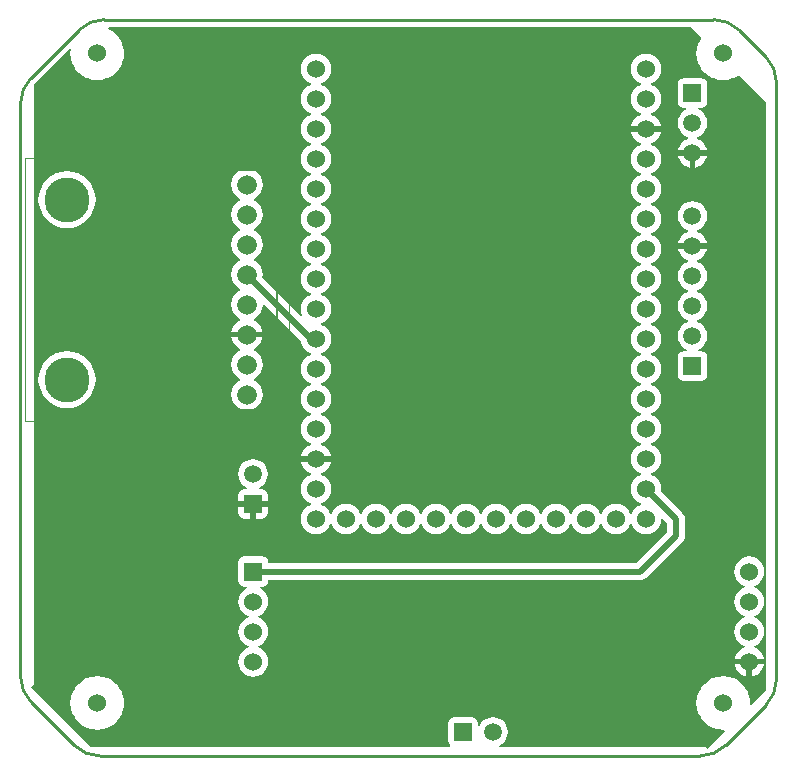
<source format=gbl>
G04 Layer_Physical_Order=2*
G04 Layer_Color=16711680*
%FSLAX25Y25*%
%MOIN*%
G70*
G01*
G75*
%ADD10C,0.01968*%
%ADD11C,0.01000*%
%ADD12C,0.00787*%
%ADD13C,0.00394*%
%ADD14C,0.06000*%
%ADD15R,0.06000X0.06000*%
%ADD16C,0.05905*%
%ADD17R,0.05905X0.05905*%
%ADD18C,0.06555*%
%ADD19C,0.15000*%
%ADD20R,0.05905X0.05905*%
G36*
X229024Y241476D02*
X228913Y241340D01*
X228819Y241166D01*
X228694Y241013D01*
X228054Y239816D01*
X227997Y239627D01*
X227904Y239452D01*
X227510Y238154D01*
X227490Y237957D01*
X227433Y237768D01*
X227300Y236417D01*
X227319Y236220D01*
X227300Y236024D01*
X227433Y234673D01*
X227490Y234484D01*
X227510Y234287D01*
X227904Y232989D01*
X227997Y232814D01*
X228054Y232625D01*
X228694Y231428D01*
X228819Y231275D01*
X228913Y231101D01*
X229774Y230052D01*
X229926Y229926D01*
X230052Y229774D01*
X231101Y228913D01*
X231275Y228819D01*
X231428Y228694D01*
X232625Y228054D01*
X232814Y227997D01*
X232989Y227904D01*
X234287Y227510D01*
X234484Y227490D01*
X234673Y227433D01*
X236024Y227300D01*
X236123Y227310D01*
X236221Y227290D01*
X236318Y227310D01*
X236417Y227300D01*
X237768Y227433D01*
X237957Y227490D01*
X238154Y227510D01*
X239452Y227904D01*
X239627Y227997D01*
X239816Y228054D01*
X241013Y228694D01*
X241166Y228819D01*
X241340Y228913D01*
X241476Y229024D01*
X250500Y220000D01*
Y24000D01*
X245573Y19073D01*
X245121Y19287D01*
X245141Y19488D01*
X245122Y19685D01*
X245141Y19882D01*
X245008Y21232D01*
X244951Y21421D01*
X244931Y21618D01*
X244537Y22917D01*
X244444Y23091D01*
X244387Y23280D01*
X243747Y24477D01*
X243621Y24630D01*
X243528Y24805D01*
X242667Y25854D01*
X242514Y25979D01*
X242389Y26132D01*
X241340Y26993D01*
X241166Y27086D01*
X241013Y27211D01*
X239816Y27851D01*
X239627Y27909D01*
X239452Y28002D01*
X238154Y28396D01*
X237957Y28415D01*
X237768Y28473D01*
X236417Y28605D01*
X236318Y28596D01*
X236221Y28615D01*
X236123Y28596D01*
X236024Y28605D01*
X234673Y28473D01*
X234484Y28415D01*
X234287Y28396D01*
X232989Y28002D01*
X232814Y27909D01*
X232625Y27851D01*
X231428Y27211D01*
X231275Y27086D01*
X231101Y26993D01*
X230052Y26132D01*
X229926Y25979D01*
X229774Y25854D01*
X228913Y24805D01*
X228819Y24630D01*
X228694Y24477D01*
X228054Y23280D01*
X227997Y23091D01*
X227904Y22917D01*
X227510Y21618D01*
X227490Y21421D01*
X227433Y21232D01*
X227300Y19882D01*
X227319Y19685D01*
X227300Y19488D01*
X227433Y18138D01*
X227490Y17948D01*
X227510Y17752D01*
X227904Y16453D01*
X227997Y16279D01*
X228054Y16090D01*
X228694Y14893D01*
X228819Y14740D01*
X228913Y14566D01*
X229774Y13516D01*
X229926Y13391D01*
X230052Y13238D01*
X231101Y12377D01*
X231275Y12284D01*
X231428Y12159D01*
X232625Y11519D01*
X232814Y11462D01*
X232989Y11368D01*
X234287Y10974D01*
X234484Y10955D01*
X234673Y10898D01*
X236024Y10764D01*
X236123Y10774D01*
X236221Y10755D01*
X236318Y10774D01*
X236417Y10764D01*
X236619Y10784D01*
X236832Y10332D01*
X231000Y4500D01*
X230500Y5000D01*
X161595D01*
X161496Y5500D01*
X161982Y5701D01*
X163010Y6490D01*
X163799Y7518D01*
X164295Y8715D01*
X164464Y10000D01*
X164295Y11285D01*
X163799Y12482D01*
X163010Y13510D01*
X161982Y14299D01*
X160785Y14795D01*
X159500Y14964D01*
X158215Y14795D01*
X157018Y14299D01*
X155990Y13510D01*
X155201Y12482D01*
X154960Y11899D01*
X154460Y11998D01*
Y12953D01*
X154307Y13721D01*
X153872Y14372D01*
X153221Y14807D01*
X152453Y14960D01*
X146547D01*
X145779Y14807D01*
X145128Y14372D01*
X144693Y13721D01*
X144540Y12953D01*
Y7047D01*
X144693Y6279D01*
X145128Y5628D01*
X145320Y5500D01*
X145168Y5000D01*
X25500D01*
X5500Y25000D01*
X6500Y26000D01*
Y226000D01*
X18269Y237769D01*
X18749Y237542D01*
X18639Y236417D01*
X18658Y236220D01*
X18639Y236024D01*
X18772Y234673D01*
X18829Y234484D01*
X18848Y234287D01*
X19242Y232989D01*
X19335Y232814D01*
X19393Y232625D01*
X20033Y231428D01*
X20158Y231275D01*
X20251Y231101D01*
X21112Y230052D01*
X21265Y229926D01*
X21390Y229774D01*
X22440Y228913D01*
X22614Y228819D01*
X22767Y228694D01*
X23964Y228054D01*
X24153Y227997D01*
X24327Y227904D01*
X25626Y227510D01*
X25823Y227490D01*
X26012Y227433D01*
X27362Y227300D01*
X27461Y227310D01*
X27559Y227290D01*
X27657Y227310D01*
X27756Y227300D01*
X29106Y227433D01*
X29296Y227490D01*
X29492Y227510D01*
X30791Y227904D01*
X30965Y227997D01*
X31155Y228054D01*
X32351Y228694D01*
X32504Y228819D01*
X32679Y228913D01*
X33728Y229774D01*
X33853Y229926D01*
X34006Y230052D01*
X34867Y231101D01*
X34960Y231275D01*
X35085Y231428D01*
X35725Y232625D01*
X35783Y232814D01*
X35876Y232989D01*
X36270Y234287D01*
X36289Y234484D01*
X36347Y234673D01*
X36480Y236024D01*
X36460Y236221D01*
X36480Y236417D01*
X36347Y237768D01*
X36289Y237957D01*
X36270Y238154D01*
X35876Y239452D01*
X35783Y239627D01*
X35725Y239816D01*
X35085Y241013D01*
X34960Y241166D01*
X34867Y241340D01*
X34006Y242389D01*
X33853Y242514D01*
X33728Y242667D01*
X32679Y243528D01*
X32504Y243621D01*
X32351Y243747D01*
X31240Y244341D01*
X31150Y244644D01*
X31390Y245000D01*
X225500D01*
X229024Y241476D01*
D02*
G37*
%LPC*%
G36*
X215382Y210016D02*
X205618D01*
X205659Y209703D01*
X206160Y208494D01*
X206956Y207456D01*
X207994Y206660D01*
X208934Y206271D01*
Y205729D01*
X207994Y205340D01*
X206956Y204544D01*
X206160Y203506D01*
X205659Y202297D01*
X205489Y201000D01*
X205659Y199703D01*
X206160Y198494D01*
X206956Y197456D01*
X207994Y196660D01*
X208934Y196271D01*
Y195729D01*
X207994Y195340D01*
X206956Y194544D01*
X206160Y193506D01*
X205659Y192297D01*
X205489Y191000D01*
X205659Y189703D01*
X206160Y188494D01*
X206956Y187456D01*
X207994Y186660D01*
X208934Y186271D01*
Y185729D01*
X207994Y185340D01*
X206956Y184544D01*
X206160Y183506D01*
X205659Y182297D01*
X205489Y181000D01*
X205659Y179703D01*
X206160Y178494D01*
X206956Y177456D01*
X207994Y176660D01*
X208934Y176271D01*
Y175729D01*
X207994Y175340D01*
X206956Y174544D01*
X206160Y173506D01*
X205659Y172297D01*
X205489Y171000D01*
X205659Y169703D01*
X206160Y168494D01*
X206956Y167456D01*
X207994Y166660D01*
X208934Y166271D01*
Y165729D01*
X207994Y165340D01*
X206956Y164544D01*
X206160Y163506D01*
X205659Y162297D01*
X205489Y161000D01*
X205659Y159703D01*
X206160Y158494D01*
X206956Y157456D01*
X207994Y156660D01*
X208934Y156271D01*
Y155729D01*
X207994Y155340D01*
X206956Y154544D01*
X206160Y153506D01*
X205659Y152297D01*
X205489Y151000D01*
X205659Y149703D01*
X206160Y148494D01*
X206956Y147456D01*
X207994Y146660D01*
X208934Y146271D01*
Y145729D01*
X207994Y145340D01*
X206956Y144544D01*
X206160Y143506D01*
X205659Y142297D01*
X205489Y141000D01*
X205659Y139703D01*
X206160Y138494D01*
X206956Y137456D01*
X207994Y136660D01*
X208934Y136271D01*
Y135729D01*
X207994Y135340D01*
X206956Y134544D01*
X206160Y133506D01*
X205659Y132297D01*
X205489Y131000D01*
X205659Y129703D01*
X206160Y128494D01*
X206956Y127456D01*
X207994Y126660D01*
X208934Y126271D01*
Y125729D01*
X207994Y125340D01*
X206956Y124544D01*
X206160Y123506D01*
X205659Y122297D01*
X205489Y121000D01*
X205659Y119703D01*
X206160Y118494D01*
X206956Y117456D01*
X207994Y116660D01*
X208934Y116271D01*
Y115729D01*
X207994Y115340D01*
X206956Y114544D01*
X206160Y113506D01*
X205659Y112297D01*
X205489Y111000D01*
X205659Y109703D01*
X206160Y108494D01*
X206956Y107456D01*
X207994Y106660D01*
X208934Y106271D01*
Y105729D01*
X207994Y105340D01*
X206956Y104544D01*
X206160Y103506D01*
X205659Y102297D01*
X205489Y101000D01*
X205659Y99703D01*
X206160Y98494D01*
X206956Y97456D01*
X207994Y96660D01*
X208934Y96271D01*
Y95729D01*
X207994Y95340D01*
X206956Y94544D01*
X206160Y93506D01*
X205659Y92297D01*
X205489Y91000D01*
X205659Y89703D01*
X206160Y88494D01*
X206956Y87456D01*
X207994Y86660D01*
X208934Y86271D01*
Y85729D01*
X207994Y85340D01*
X206956Y84544D01*
X206160Y83506D01*
X205771Y82565D01*
X205229D01*
X204840Y83506D01*
X204044Y84544D01*
X203006Y85340D01*
X201797Y85841D01*
X200500Y86011D01*
X199203Y85841D01*
X197994Y85340D01*
X196956Y84544D01*
X196160Y83506D01*
X195771Y82565D01*
X195229D01*
X194840Y83506D01*
X194044Y84544D01*
X193006Y85340D01*
X191797Y85841D01*
X190500Y86011D01*
X189203Y85841D01*
X187994Y85340D01*
X186956Y84544D01*
X186160Y83506D01*
X185771Y82565D01*
X185229D01*
X184840Y83506D01*
X184044Y84544D01*
X183006Y85340D01*
X181797Y85841D01*
X180500Y86011D01*
X179203Y85841D01*
X177994Y85340D01*
X176956Y84544D01*
X176160Y83506D01*
X175771Y82565D01*
X175229D01*
X174840Y83506D01*
X174044Y84544D01*
X173006Y85340D01*
X171797Y85841D01*
X170500Y86011D01*
X169203Y85841D01*
X167994Y85340D01*
X166956Y84544D01*
X166160Y83506D01*
X165771Y82565D01*
X165229D01*
X164840Y83506D01*
X164044Y84544D01*
X163006Y85340D01*
X161797Y85841D01*
X160500Y86011D01*
X159203Y85841D01*
X157994Y85340D01*
X156956Y84544D01*
X156160Y83506D01*
X155771Y82565D01*
X155229D01*
X154840Y83506D01*
X154044Y84544D01*
X153006Y85340D01*
X151797Y85841D01*
X150500Y86011D01*
X149203Y85841D01*
X147994Y85340D01*
X146956Y84544D01*
X146160Y83506D01*
X145771Y82565D01*
X145229D01*
X144840Y83506D01*
X144044Y84544D01*
X143006Y85340D01*
X141797Y85841D01*
X140500Y86011D01*
X139203Y85841D01*
X137994Y85340D01*
X136956Y84544D01*
X136160Y83506D01*
X135771Y82565D01*
X135229D01*
X134840Y83506D01*
X134044Y84544D01*
X133006Y85340D01*
X131797Y85841D01*
X130500Y86011D01*
X129203Y85841D01*
X127994Y85340D01*
X126956Y84544D01*
X126160Y83506D01*
X125771Y82565D01*
X125229D01*
X124840Y83506D01*
X124044Y84544D01*
X123006Y85340D01*
X121797Y85841D01*
X120500Y86011D01*
X119203Y85841D01*
X117994Y85340D01*
X116956Y84544D01*
X116160Y83506D01*
X115771Y82565D01*
X115229D01*
X114840Y83506D01*
X114044Y84544D01*
X113006Y85340D01*
X111797Y85841D01*
X110500Y86011D01*
X109203Y85841D01*
X107994Y85340D01*
X106956Y84544D01*
X106160Y83506D01*
X105771Y82565D01*
X105229D01*
X104840Y83506D01*
X104044Y84544D01*
X103006Y85340D01*
X102066Y85729D01*
Y86271D01*
X103006Y86660D01*
X104044Y87456D01*
X104840Y88494D01*
X105341Y89703D01*
X105511Y91000D01*
X105341Y92297D01*
X104840Y93506D01*
X104044Y94544D01*
X103006Y95340D01*
X102066Y95729D01*
Y96271D01*
X103006Y96660D01*
X104044Y97456D01*
X104840Y98494D01*
X105341Y99703D01*
X105382Y100016D01*
X95618D01*
X95659Y99703D01*
X96160Y98494D01*
X96956Y97456D01*
X97994Y96660D01*
X98935Y96271D01*
Y95729D01*
X97994Y95340D01*
X96956Y94544D01*
X96160Y93506D01*
X95659Y92297D01*
X95489Y91000D01*
X95659Y89703D01*
X96160Y88494D01*
X96956Y87456D01*
X97994Y86660D01*
X98935Y86271D01*
Y85729D01*
X97994Y85340D01*
X96956Y84544D01*
X96160Y83506D01*
X95659Y82297D01*
X95489Y81000D01*
X95659Y79703D01*
X96160Y78494D01*
X96956Y77456D01*
X97994Y76660D01*
X99203Y76159D01*
X100500Y75989D01*
X101797Y76159D01*
X103006Y76660D01*
X104044Y77456D01*
X104840Y78494D01*
X105229Y79435D01*
X105771D01*
X106160Y78494D01*
X106956Y77456D01*
X107994Y76660D01*
X109203Y76159D01*
X110500Y75989D01*
X111797Y76159D01*
X113006Y76660D01*
X114044Y77456D01*
X114840Y78494D01*
X115229Y79435D01*
X115771D01*
X116160Y78494D01*
X116956Y77456D01*
X117994Y76660D01*
X119203Y76159D01*
X120500Y75989D01*
X121797Y76159D01*
X123006Y76660D01*
X124044Y77456D01*
X124840Y78494D01*
X125229Y79435D01*
X125771D01*
X126160Y78494D01*
X126956Y77456D01*
X127994Y76660D01*
X129203Y76159D01*
X130500Y75989D01*
X131797Y76159D01*
X133006Y76660D01*
X134044Y77456D01*
X134840Y78494D01*
X135229Y79435D01*
X135771D01*
X136160Y78494D01*
X136956Y77456D01*
X137994Y76660D01*
X139203Y76159D01*
X140500Y75989D01*
X141797Y76159D01*
X143006Y76660D01*
X144044Y77456D01*
X144840Y78494D01*
X145229Y79435D01*
X145771D01*
X146160Y78494D01*
X146956Y77456D01*
X147994Y76660D01*
X149203Y76159D01*
X150500Y75989D01*
X151797Y76159D01*
X153006Y76660D01*
X154044Y77456D01*
X154840Y78494D01*
X155229Y79435D01*
X155771D01*
X156160Y78494D01*
X156956Y77456D01*
X157994Y76660D01*
X159203Y76159D01*
X160500Y75989D01*
X161797Y76159D01*
X163006Y76660D01*
X164044Y77456D01*
X164840Y78494D01*
X165229Y79435D01*
X165771D01*
X166160Y78494D01*
X166956Y77456D01*
X167994Y76660D01*
X169203Y76159D01*
X170500Y75989D01*
X171797Y76159D01*
X173006Y76660D01*
X174044Y77456D01*
X174840Y78494D01*
X175229Y79435D01*
X175771D01*
X176160Y78494D01*
X176956Y77456D01*
X177994Y76660D01*
X179203Y76159D01*
X180500Y75989D01*
X181797Y76159D01*
X183006Y76660D01*
X184044Y77456D01*
X184840Y78494D01*
X185229Y79435D01*
X185771D01*
X186160Y78494D01*
X186956Y77456D01*
X187994Y76660D01*
X189203Y76159D01*
X190500Y75989D01*
X191797Y76159D01*
X193006Y76660D01*
X194044Y77456D01*
X194840Y78494D01*
X195229Y79435D01*
X195771D01*
X196160Y78494D01*
X196956Y77456D01*
X197994Y76660D01*
X199203Y76159D01*
X200500Y75989D01*
X201797Y76159D01*
X203006Y76660D01*
X204044Y77456D01*
X204840Y78494D01*
X205229Y79435D01*
X205771D01*
X206160Y78494D01*
X206956Y77456D01*
X207994Y76660D01*
X209203Y76159D01*
X210500Y75989D01*
X211797Y76159D01*
X213006Y76660D01*
X214044Y77456D01*
X214840Y78494D01*
X215341Y79703D01*
X215511Y81000D01*
X215495Y81123D01*
X215944Y81345D01*
X217522Y79766D01*
Y76734D01*
X207266Y66478D01*
X84613D01*
Y66500D01*
X84461Y67268D01*
X84026Y67919D01*
X83374Y68354D01*
X82606Y68507D01*
X76606D01*
X75838Y68354D01*
X75187Y67919D01*
X74752Y67268D01*
X74599Y66500D01*
Y60500D01*
X74752Y59732D01*
X75187Y59081D01*
X75838Y58646D01*
X76606Y58493D01*
X77370D01*
X77470Y57993D01*
X77101Y57840D01*
X76063Y57044D01*
X75266Y56006D01*
X74766Y54797D01*
X74595Y53500D01*
X74766Y52203D01*
X75266Y50994D01*
X76063Y49956D01*
X77101Y49160D01*
X78041Y48771D01*
Y48229D01*
X77101Y47840D01*
X76063Y47044D01*
X75266Y46006D01*
X74766Y44797D01*
X74595Y43500D01*
X74766Y42203D01*
X75266Y40994D01*
X76063Y39956D01*
X77101Y39160D01*
X78041Y38771D01*
Y38229D01*
X77101Y37840D01*
X76063Y37044D01*
X75266Y36006D01*
X74766Y34797D01*
X74595Y33500D01*
X74766Y32203D01*
X75266Y30994D01*
X76063Y29956D01*
X77101Y29160D01*
X78309Y28659D01*
X79606Y28489D01*
X80903Y28659D01*
X82112Y29160D01*
X83150Y29956D01*
X83946Y30994D01*
X84447Y32203D01*
X84618Y33500D01*
X84447Y34797D01*
X83946Y36006D01*
X83150Y37044D01*
X82112Y37840D01*
X81172Y38229D01*
Y38771D01*
X82112Y39160D01*
X83150Y39956D01*
X83946Y40994D01*
X84447Y42203D01*
X84618Y43500D01*
X84447Y44797D01*
X83946Y46006D01*
X83150Y47044D01*
X82112Y47840D01*
X81172Y48229D01*
Y48771D01*
X82112Y49160D01*
X83150Y49956D01*
X83946Y50994D01*
X84447Y52203D01*
X84618Y53500D01*
X84447Y54797D01*
X83946Y56006D01*
X83150Y57044D01*
X82112Y57840D01*
X81743Y57993D01*
X81842Y58493D01*
X82606D01*
X83374Y58646D01*
X84026Y59081D01*
X84461Y59732D01*
X84613Y60500D01*
Y60522D01*
X208500D01*
X209271Y60623D01*
X209989Y60921D01*
X210606Y61394D01*
X222606Y73394D01*
X222606Y73394D01*
X223079Y74011D01*
X223377Y74729D01*
X223478Y75500D01*
Y81000D01*
X223478Y81000D01*
X223377Y81771D01*
X223079Y82489D01*
X222606Y83106D01*
X222606Y83106D01*
X215418Y90294D01*
X215511Y91000D01*
X215341Y92297D01*
X214840Y93506D01*
X214044Y94544D01*
X213006Y95340D01*
X212066Y95729D01*
Y96271D01*
X213006Y96660D01*
X214044Y97456D01*
X214840Y98494D01*
X215341Y99703D01*
X215511Y101000D01*
X215341Y102297D01*
X214840Y103506D01*
X214044Y104544D01*
X213006Y105340D01*
X212066Y105729D01*
Y106271D01*
X213006Y106660D01*
X214044Y107456D01*
X214840Y108494D01*
X215341Y109703D01*
X215511Y111000D01*
X215341Y112297D01*
X214840Y113506D01*
X214044Y114544D01*
X213006Y115340D01*
X212066Y115729D01*
Y116271D01*
X213006Y116660D01*
X214044Y117456D01*
X214840Y118494D01*
X215341Y119703D01*
X215511Y121000D01*
X215341Y122297D01*
X214840Y123506D01*
X214044Y124544D01*
X213006Y125340D01*
X212066Y125729D01*
Y126271D01*
X213006Y126660D01*
X214044Y127456D01*
X214840Y128494D01*
X215341Y129703D01*
X215511Y131000D01*
X215341Y132297D01*
X214840Y133506D01*
X214044Y134544D01*
X213006Y135340D01*
X212066Y135729D01*
Y136271D01*
X213006Y136660D01*
X214044Y137456D01*
X214840Y138494D01*
X215341Y139703D01*
X215511Y141000D01*
X215341Y142297D01*
X214840Y143506D01*
X214044Y144544D01*
X213006Y145340D01*
X212066Y145729D01*
Y146271D01*
X213006Y146660D01*
X214044Y147456D01*
X214840Y148494D01*
X215341Y149703D01*
X215511Y151000D01*
X215341Y152297D01*
X214840Y153506D01*
X214044Y154544D01*
X213006Y155340D01*
X212066Y155729D01*
Y156271D01*
X213006Y156660D01*
X214044Y157456D01*
X214840Y158494D01*
X215341Y159703D01*
X215511Y161000D01*
X215341Y162297D01*
X214840Y163506D01*
X214044Y164544D01*
X213006Y165340D01*
X212066Y165729D01*
Y166271D01*
X213006Y166660D01*
X214044Y167456D01*
X214840Y168494D01*
X215341Y169703D01*
X215511Y171000D01*
X215341Y172297D01*
X214840Y173506D01*
X214044Y174544D01*
X213006Y175340D01*
X212066Y175729D01*
Y176271D01*
X213006Y176660D01*
X214044Y177456D01*
X214840Y178494D01*
X215341Y179703D01*
X215511Y181000D01*
X215341Y182297D01*
X214840Y183506D01*
X214044Y184544D01*
X213006Y185340D01*
X212066Y185729D01*
Y186271D01*
X213006Y186660D01*
X214044Y187456D01*
X214840Y188494D01*
X215341Y189703D01*
X215511Y191000D01*
X215341Y192297D01*
X214840Y193506D01*
X214044Y194544D01*
X213006Y195340D01*
X212066Y195729D01*
Y196271D01*
X213006Y196660D01*
X214044Y197456D01*
X214840Y198494D01*
X215341Y199703D01*
X215511Y201000D01*
X215341Y202297D01*
X214840Y203506D01*
X214044Y204544D01*
X213006Y205340D01*
X212066Y205729D01*
Y206271D01*
X213006Y206660D01*
X214044Y207456D01*
X214840Y208494D01*
X215341Y209703D01*
X215382Y210016D01*
D02*
G37*
G36*
X84460Y85016D02*
X80484D01*
Y81040D01*
X82453D01*
X83221Y81193D01*
X83872Y81628D01*
X84307Y82279D01*
X84460Y83047D01*
Y85016D01*
D02*
G37*
G36*
X82662Y141516D02*
X77500D01*
X72338D01*
X72389Y141130D01*
X72918Y139854D01*
X73759Y138759D01*
X74854Y137918D01*
X75259Y137750D01*
Y137250D01*
X74854Y137082D01*
X73759Y136241D01*
X72918Y135146D01*
X72389Y133870D01*
X72209Y132500D01*
X72389Y131131D01*
X72918Y129854D01*
X73759Y128759D01*
X74854Y127918D01*
X75259Y127750D01*
Y127250D01*
X74854Y127082D01*
X73759Y126242D01*
X72918Y125146D01*
X72389Y123870D01*
X72209Y122500D01*
X72389Y121131D01*
X72918Y119854D01*
X73759Y118758D01*
X74854Y117918D01*
X76130Y117389D01*
X77500Y117209D01*
X78869Y117389D01*
X80146Y117918D01*
X81242Y118758D01*
X82082Y119854D01*
X82611Y121131D01*
X82791Y122500D01*
X82611Y123870D01*
X82082Y125146D01*
X81242Y126242D01*
X80146Y127082D01*
X79741Y127250D01*
Y127750D01*
X80146Y127918D01*
X81242Y128759D01*
X82082Y129854D01*
X82611Y131131D01*
X82791Y132500D01*
X82611Y133870D01*
X82082Y135146D01*
X81242Y136241D01*
X80146Y137082D01*
X79741Y137250D01*
Y137750D01*
X80146Y137918D01*
X81242Y138759D01*
X82082Y139854D01*
X82611Y141130D01*
X82662Y141516D01*
D02*
G37*
G36*
X79500Y100964D02*
X78215Y100795D01*
X77018Y100299D01*
X75990Y99510D01*
X75201Y98482D01*
X74705Y97285D01*
X74536Y96000D01*
X74705Y94715D01*
X75201Y93518D01*
X75990Y92490D01*
X77018Y91701D01*
X77601Y91460D01*
X77502Y90960D01*
X76547D01*
X75779Y90807D01*
X75128Y90372D01*
X74693Y89721D01*
X74540Y88953D01*
Y86984D01*
X79500D01*
X84460D01*
Y88953D01*
X84307Y89721D01*
X83872Y90372D01*
X83221Y90807D01*
X82453Y90960D01*
X81498D01*
X81399Y91460D01*
X81982Y91701D01*
X83010Y92490D01*
X83799Y93518D01*
X84295Y94715D01*
X84464Y96000D01*
X84295Y97285D01*
X83799Y98482D01*
X83010Y99510D01*
X81982Y100299D01*
X80785Y100795D01*
X79500Y100964D01*
D02*
G37*
G36*
X78516Y85016D02*
X74540D01*
Y83047D01*
X74693Y82279D01*
X75128Y81628D01*
X75779Y81193D01*
X76547Y81040D01*
X78516D01*
Y85016D01*
D02*
G37*
G36*
X243976Y32516D02*
X240079D01*
X240120Y32203D01*
X240621Y30994D01*
X241417Y29956D01*
X242455Y29160D01*
X243664Y28659D01*
X243976Y28618D01*
Y32516D01*
D02*
G37*
G36*
X27559Y28615D02*
X27461Y28596D01*
X27362Y28605D01*
X26012Y28473D01*
X25823Y28415D01*
X25626Y28396D01*
X24327Y28002D01*
X24153Y27909D01*
X23964Y27851D01*
X22767Y27211D01*
X22614Y27086D01*
X22440Y26993D01*
X21390Y26132D01*
X21265Y25979D01*
X21112Y25854D01*
X20251Y24805D01*
X20158Y24630D01*
X20033Y24477D01*
X19393Y23280D01*
X19335Y23091D01*
X19242Y22917D01*
X18848Y21618D01*
X18829Y21421D01*
X18772Y21232D01*
X18639Y19882D01*
X18658Y19685D01*
X18639Y19488D01*
X18772Y18138D01*
X18829Y17948D01*
X18848Y17752D01*
X19242Y16453D01*
X19335Y16279D01*
X19393Y16090D01*
X20033Y14893D01*
X20158Y14740D01*
X20251Y14566D01*
X21112Y13516D01*
X21265Y13391D01*
X21390Y13238D01*
X22440Y12377D01*
X22614Y12284D01*
X22767Y12159D01*
X23964Y11519D01*
X24153Y11462D01*
X24327Y11368D01*
X25626Y10974D01*
X25823Y10955D01*
X26012Y10898D01*
X27362Y10764D01*
X27461Y10774D01*
X27559Y10755D01*
X27657Y10774D01*
X27756Y10764D01*
X29106Y10898D01*
X29296Y10955D01*
X29492Y10974D01*
X30791Y11368D01*
X30965Y11462D01*
X31155Y11519D01*
X32351Y12159D01*
X32504Y12284D01*
X32679Y12377D01*
X33728Y13238D01*
X33853Y13391D01*
X34006Y13516D01*
X34867Y14566D01*
X34960Y14740D01*
X35085Y14893D01*
X35725Y16090D01*
X35783Y16279D01*
X35876Y16453D01*
X36270Y17752D01*
X36289Y17948D01*
X36347Y18138D01*
X36480Y19488D01*
X36460Y19685D01*
X36480Y19882D01*
X36347Y21232D01*
X36289Y21421D01*
X36270Y21618D01*
X35876Y22917D01*
X35783Y23091D01*
X35725Y23280D01*
X35085Y24477D01*
X34960Y24630D01*
X34867Y24805D01*
X34006Y25854D01*
X33853Y25979D01*
X33728Y26132D01*
X32679Y26993D01*
X32504Y27086D01*
X32351Y27211D01*
X31155Y27851D01*
X30965Y27909D01*
X30791Y28002D01*
X29492Y28396D01*
X29296Y28415D01*
X29106Y28473D01*
X27756Y28605D01*
X27657Y28596D01*
X27559Y28615D01*
D02*
G37*
G36*
X244961Y68511D02*
X243664Y68341D01*
X242455Y67840D01*
X241417Y67044D01*
X240621Y66006D01*
X240120Y64797D01*
X239949Y63500D01*
X240120Y62203D01*
X240621Y60994D01*
X241417Y59956D01*
X242455Y59160D01*
X243395Y58771D01*
Y58229D01*
X242455Y57840D01*
X241417Y57044D01*
X240621Y56006D01*
X240120Y54797D01*
X239949Y53500D01*
X240120Y52203D01*
X240621Y50994D01*
X241417Y49956D01*
X242455Y49160D01*
X243395Y48771D01*
Y48229D01*
X242455Y47840D01*
X241417Y47044D01*
X240621Y46006D01*
X240120Y44797D01*
X239949Y43500D01*
X240120Y42203D01*
X240621Y40994D01*
X241417Y39956D01*
X242455Y39160D01*
X243395Y38771D01*
Y38229D01*
X242455Y37840D01*
X241417Y37044D01*
X240621Y36006D01*
X240120Y34797D01*
X240079Y34484D01*
X249842D01*
X249801Y34797D01*
X249301Y36006D01*
X248504Y37044D01*
X247466Y37840D01*
X246526Y38229D01*
Y38771D01*
X247466Y39160D01*
X248504Y39956D01*
X249301Y40994D01*
X249801Y42203D01*
X249972Y43500D01*
X249801Y44797D01*
X249301Y46006D01*
X248504Y47044D01*
X247466Y47840D01*
X246526Y48229D01*
Y48771D01*
X247466Y49160D01*
X248504Y49956D01*
X249301Y50994D01*
X249801Y52203D01*
X249972Y53500D01*
X249801Y54797D01*
X249301Y56006D01*
X248504Y57044D01*
X247466Y57840D01*
X246526Y58229D01*
Y58771D01*
X247466Y59160D01*
X248504Y59956D01*
X249301Y60994D01*
X249801Y62203D01*
X249972Y63500D01*
X249801Y64797D01*
X249301Y66006D01*
X248504Y67044D01*
X247466Y67840D01*
X246258Y68341D01*
X244961Y68511D01*
D02*
G37*
G36*
X249842Y32516D02*
X245945D01*
Y28618D01*
X246258Y28659D01*
X247466Y29160D01*
X248504Y29956D01*
X249301Y30994D01*
X249801Y32203D01*
X249842Y32516D01*
D02*
G37*
G36*
X230834Y202016D02*
X226984D01*
Y198166D01*
X227285Y198205D01*
X228482Y198701D01*
X229510Y199490D01*
X230299Y200518D01*
X230795Y201715D01*
X230834Y202016D01*
D02*
G37*
G36*
X225016D02*
X221166D01*
X221205Y201715D01*
X221701Y200518D01*
X222490Y199490D01*
X223518Y198701D01*
X224715Y198205D01*
X225016Y198166D01*
Y202016D01*
D02*
G37*
G36*
X210500Y236011D02*
X209203Y235841D01*
X207994Y235340D01*
X206956Y234544D01*
X206160Y233506D01*
X205659Y232297D01*
X205489Y231000D01*
X205659Y229703D01*
X206160Y228494D01*
X206956Y227456D01*
X207994Y226660D01*
X208934Y226271D01*
Y225729D01*
X207994Y225340D01*
X206956Y224544D01*
X206160Y223506D01*
X205659Y222297D01*
X205489Y221000D01*
X205659Y219703D01*
X206160Y218494D01*
X206956Y217456D01*
X207994Y216660D01*
X208934Y216271D01*
Y215729D01*
X207994Y215340D01*
X206956Y214544D01*
X206160Y213506D01*
X205659Y212297D01*
X205618Y211984D01*
X215382D01*
X215341Y212297D01*
X214840Y213506D01*
X214044Y214544D01*
X213006Y215340D01*
X212066Y215729D01*
Y216271D01*
X213006Y216660D01*
X214044Y217456D01*
X214840Y218494D01*
X215341Y219703D01*
X215511Y221000D01*
X215341Y222297D01*
X214840Y223506D01*
X214044Y224544D01*
X213006Y225340D01*
X212066Y225729D01*
Y226271D01*
X213006Y226660D01*
X214044Y227456D01*
X214840Y228494D01*
X215341Y229703D01*
X215511Y231000D01*
X215341Y232297D01*
X214840Y233506D01*
X214044Y234544D01*
X213006Y235340D01*
X211797Y235841D01*
X210500Y236011D01*
D02*
G37*
G36*
X228953Y227960D02*
X223047D01*
X222279Y227807D01*
X221628Y227372D01*
X221193Y226721D01*
X221040Y225953D01*
Y220047D01*
X221193Y219279D01*
X221628Y218628D01*
X222279Y218193D01*
X223047Y218040D01*
X224002D01*
X224101Y217540D01*
X223518Y217299D01*
X222490Y216510D01*
X221701Y215482D01*
X221205Y214285D01*
X221036Y213000D01*
X221205Y211715D01*
X221701Y210518D01*
X222490Y209490D01*
X223518Y208701D01*
X224592Y208257D01*
X224592Y208256D01*
Y207744D01*
X224592Y207743D01*
X223518Y207299D01*
X222490Y206510D01*
X221701Y205482D01*
X221205Y204285D01*
X221166Y203984D01*
X226000D01*
X230834D01*
X230795Y204285D01*
X230299Y205482D01*
X229510Y206510D01*
X228482Y207299D01*
X227408Y207743D01*
X227408Y207744D01*
Y208256D01*
X227408Y208257D01*
X228482Y208701D01*
X229510Y209490D01*
X230299Y210518D01*
X230795Y211715D01*
X230964Y213000D01*
X230795Y214285D01*
X230299Y215482D01*
X229510Y216510D01*
X228482Y217299D01*
X227899Y217540D01*
X227998Y218040D01*
X228953D01*
X229721Y218193D01*
X230372Y218628D01*
X230807Y219279D01*
X230960Y220047D01*
Y225953D01*
X230807Y226721D01*
X230372Y227372D01*
X229721Y227807D01*
X228953Y227960D01*
D02*
G37*
G36*
X17500Y197014D02*
X15644Y196832D01*
X13859Y196290D01*
X12214Y195411D01*
X10772Y194228D01*
X9589Y192786D01*
X8710Y191141D01*
X8168Y189356D01*
X7986Y187500D01*
X8168Y185644D01*
X8710Y183859D01*
X9589Y182214D01*
X10772Y180772D01*
X12214Y179589D01*
X13859Y178710D01*
X15644Y178168D01*
X17500Y177986D01*
X19356Y178168D01*
X21141Y178710D01*
X22786Y179589D01*
X24228Y180772D01*
X25411Y182214D01*
X26290Y183859D01*
X26831Y185644D01*
X27014Y187500D01*
X26831Y189356D01*
X26290Y191141D01*
X25411Y192786D01*
X24228Y194228D01*
X22786Y195411D01*
X21141Y196290D01*
X19356Y196832D01*
X17500Y197014D01*
D02*
G37*
G36*
X230834Y171016D02*
X226000D01*
X221166D01*
X221205Y170715D01*
X221701Y169518D01*
X222490Y168490D01*
X223518Y167701D01*
X224592Y167257D01*
X224592Y167256D01*
Y166744D01*
X224592Y166743D01*
X223518Y166299D01*
X222490Y165510D01*
X221701Y164482D01*
X221205Y163285D01*
X221036Y162000D01*
X221205Y160715D01*
X221701Y159518D01*
X222490Y158490D01*
X223518Y157701D01*
X224592Y157257D01*
X224592Y157256D01*
Y156744D01*
X224592Y156743D01*
X223518Y156299D01*
X222490Y155510D01*
X221701Y154482D01*
X221205Y153285D01*
X221036Y152000D01*
X221205Y150715D01*
X221701Y149518D01*
X222490Y148490D01*
X223518Y147701D01*
X224592Y147257D01*
X224592Y147256D01*
Y146744D01*
X224592Y146743D01*
X223518Y146299D01*
X222490Y145510D01*
X221701Y144482D01*
X221205Y143285D01*
X221036Y142000D01*
X221205Y140715D01*
X221701Y139518D01*
X222490Y138490D01*
X223518Y137701D01*
X224101Y137460D01*
X224002Y136960D01*
X223047D01*
X222279Y136807D01*
X221628Y136372D01*
X221193Y135721D01*
X221040Y134953D01*
Y129047D01*
X221193Y128279D01*
X221628Y127628D01*
X222279Y127193D01*
X223047Y127040D01*
X228953D01*
X229721Y127193D01*
X230372Y127628D01*
X230807Y128279D01*
X230960Y129047D01*
Y134953D01*
X230807Y135721D01*
X230372Y136372D01*
X229721Y136807D01*
X228953Y136960D01*
X227998D01*
X227899Y137460D01*
X228482Y137701D01*
X229510Y138490D01*
X230299Y139518D01*
X230795Y140715D01*
X230964Y142000D01*
X230795Y143285D01*
X230299Y144482D01*
X229510Y145510D01*
X228482Y146299D01*
X227408Y146743D01*
X227408Y146744D01*
Y147256D01*
X227408Y147257D01*
X228482Y147701D01*
X229510Y148490D01*
X230299Y149518D01*
X230795Y150715D01*
X230964Y152000D01*
X230795Y153285D01*
X230299Y154482D01*
X229510Y155510D01*
X228482Y156299D01*
X227408Y156743D01*
X227408Y156744D01*
Y157256D01*
X227408Y157257D01*
X228482Y157701D01*
X229510Y158490D01*
X230299Y159518D01*
X230795Y160715D01*
X230964Y162000D01*
X230795Y163285D01*
X230299Y164482D01*
X229510Y165510D01*
X228482Y166299D01*
X227408Y166743D01*
X227408Y166744D01*
Y167256D01*
X227408Y167257D01*
X228482Y167701D01*
X229510Y168490D01*
X230299Y169518D01*
X230795Y170715D01*
X230834Y171016D01*
D02*
G37*
G36*
X17500Y137014D02*
X15644Y136831D01*
X13859Y136290D01*
X12214Y135411D01*
X10772Y134228D01*
X9589Y132786D01*
X8710Y131141D01*
X8168Y129356D01*
X7986Y127500D01*
X8168Y125644D01*
X8710Y123859D01*
X9589Y122214D01*
X10772Y120772D01*
X12214Y119589D01*
X13859Y118710D01*
X15644Y118168D01*
X17500Y117986D01*
X19356Y118168D01*
X21141Y118710D01*
X22786Y119589D01*
X24228Y120772D01*
X25411Y122214D01*
X26290Y123859D01*
X26831Y125644D01*
X27014Y127500D01*
X26831Y129356D01*
X26290Y131141D01*
X25411Y132786D01*
X24228Y134228D01*
X22786Y135411D01*
X21141Y136290D01*
X19356Y136831D01*
X17500Y137014D01*
D02*
G37*
G36*
X226000Y186964D02*
X224715Y186795D01*
X223518Y186299D01*
X222490Y185510D01*
X221701Y184482D01*
X221205Y183285D01*
X221036Y182000D01*
X221205Y180715D01*
X221701Y179518D01*
X222490Y178490D01*
X223518Y177701D01*
X224592Y177257D01*
X224592Y177256D01*
Y176744D01*
X224592Y176743D01*
X223518Y176299D01*
X222490Y175510D01*
X221701Y174482D01*
X221205Y173285D01*
X221166Y172984D01*
X226000D01*
X230834D01*
X230795Y173285D01*
X230299Y174482D01*
X229510Y175510D01*
X228482Y176299D01*
X227408Y176743D01*
X227408Y176744D01*
Y177256D01*
X227408Y177257D01*
X228482Y177701D01*
X229510Y178490D01*
X230299Y179518D01*
X230795Y180715D01*
X230964Y182000D01*
X230795Y183285D01*
X230299Y184482D01*
X229510Y185510D01*
X228482Y186299D01*
X227285Y186795D01*
X226000Y186964D01*
D02*
G37*
G36*
X100500Y236011D02*
X99203Y235841D01*
X97994Y235340D01*
X96956Y234544D01*
X96160Y233506D01*
X95659Y232297D01*
X95489Y231000D01*
X95659Y229703D01*
X96160Y228494D01*
X96956Y227456D01*
X97994Y226660D01*
X98935Y226271D01*
Y225729D01*
X97994Y225340D01*
X96956Y224544D01*
X96160Y223506D01*
X95659Y222297D01*
X95489Y221000D01*
X95659Y219703D01*
X96160Y218494D01*
X96956Y217456D01*
X97994Y216660D01*
X98935Y216271D01*
Y215729D01*
X97994Y215340D01*
X96956Y214544D01*
X96160Y213506D01*
X95659Y212297D01*
X95489Y211000D01*
X95659Y209703D01*
X96160Y208494D01*
X96956Y207456D01*
X97994Y206660D01*
X98935Y206271D01*
Y205729D01*
X97994Y205340D01*
X96956Y204544D01*
X96160Y203506D01*
X95659Y202297D01*
X95489Y201000D01*
X95659Y199703D01*
X96160Y198494D01*
X96956Y197456D01*
X97994Y196660D01*
X98935Y196271D01*
Y195729D01*
X97994Y195340D01*
X96956Y194544D01*
X96160Y193506D01*
X95659Y192297D01*
X95489Y191000D01*
X95659Y189703D01*
X96160Y188494D01*
X96956Y187456D01*
X97994Y186660D01*
X98935Y186271D01*
Y185729D01*
X97994Y185340D01*
X96956Y184544D01*
X96160Y183506D01*
X95659Y182297D01*
X95489Y181000D01*
X95659Y179703D01*
X96160Y178494D01*
X96956Y177456D01*
X97994Y176660D01*
X98935Y176271D01*
Y175729D01*
X97994Y175340D01*
X96956Y174544D01*
X96160Y173506D01*
X95659Y172297D01*
X95489Y171000D01*
X95659Y169703D01*
X96160Y168494D01*
X96956Y167456D01*
X97994Y166660D01*
X98935Y166271D01*
Y165729D01*
X97994Y165340D01*
X96956Y164544D01*
X96160Y163506D01*
X95659Y162297D01*
X95489Y161000D01*
X95659Y159703D01*
X96160Y158494D01*
X96956Y157456D01*
X97994Y156660D01*
X98935Y156271D01*
Y155729D01*
X97994Y155340D01*
X96956Y154544D01*
X96160Y153506D01*
X95659Y152297D01*
X95489Y151000D01*
X95659Y149703D01*
X95973Y148946D01*
X95549Y148663D01*
X82666Y161546D01*
X82791Y162500D01*
X82611Y163870D01*
X82082Y165146D01*
X81242Y166242D01*
X80146Y167082D01*
X79741Y167250D01*
Y167750D01*
X80146Y167918D01*
X81242Y168758D01*
X82082Y169854D01*
X82611Y171131D01*
X82791Y172500D01*
X82611Y173870D01*
X82082Y175146D01*
X81242Y176242D01*
X80146Y177082D01*
X79741Y177250D01*
Y177750D01*
X80146Y177918D01*
X81242Y178759D01*
X82082Y179854D01*
X82611Y181131D01*
X82791Y182500D01*
X82611Y183870D01*
X82082Y185146D01*
X81242Y186241D01*
X80146Y187082D01*
X79741Y187250D01*
Y187750D01*
X80146Y187918D01*
X81242Y188759D01*
X82082Y189854D01*
X82611Y191130D01*
X82791Y192500D01*
X82611Y193869D01*
X82082Y195146D01*
X81242Y196241D01*
X80146Y197082D01*
X78869Y197611D01*
X77500Y197791D01*
X76130Y197611D01*
X74854Y197082D01*
X73759Y196241D01*
X72918Y195146D01*
X72389Y193869D01*
X72209Y192500D01*
X72389Y191130D01*
X72918Y189854D01*
X73759Y188759D01*
X74854Y187918D01*
X75259Y187750D01*
Y187250D01*
X74854Y187082D01*
X73759Y186241D01*
X72918Y185146D01*
X72389Y183870D01*
X72209Y182500D01*
X72389Y181131D01*
X72918Y179854D01*
X73759Y178759D01*
X74854Y177918D01*
X75259Y177750D01*
Y177250D01*
X74854Y177082D01*
X73759Y176242D01*
X72918Y175146D01*
X72389Y173870D01*
X72209Y172500D01*
X72389Y171131D01*
X72918Y169854D01*
X73759Y168758D01*
X74854Y167918D01*
X75259Y167750D01*
Y167250D01*
X74854Y167082D01*
X73759Y166242D01*
X72918Y165146D01*
X72389Y163870D01*
X72209Y162500D01*
X72389Y161130D01*
X72918Y159854D01*
X73759Y158758D01*
X74854Y157918D01*
X75259Y157750D01*
Y157250D01*
X74854Y157082D01*
X73759Y156242D01*
X72918Y155146D01*
X72389Y153869D01*
X72209Y152500D01*
X72389Y151130D01*
X72918Y149854D01*
X73759Y148758D01*
X74854Y147918D01*
X75259Y147750D01*
Y147250D01*
X74854Y147082D01*
X73759Y146241D01*
X72918Y145146D01*
X72389Y143869D01*
X72338Y143484D01*
X77500D01*
X82662D01*
X82611Y143869D01*
X82082Y145146D01*
X81242Y146241D01*
X80146Y147082D01*
X79741Y147250D01*
Y147750D01*
X80146Y147918D01*
X81242Y148758D01*
X82082Y149854D01*
X82611Y151130D01*
X82767Y152314D01*
X83263Y152525D01*
X95595Y140193D01*
X95659Y139703D01*
X96160Y138494D01*
X96956Y137456D01*
X97994Y136660D01*
X98935Y136271D01*
Y135729D01*
X97994Y135340D01*
X96956Y134544D01*
X96160Y133506D01*
X95659Y132297D01*
X95489Y131000D01*
X95659Y129703D01*
X96160Y128494D01*
X96956Y127456D01*
X97994Y126660D01*
X98935Y126271D01*
Y125729D01*
X97994Y125340D01*
X96956Y124544D01*
X96160Y123506D01*
X95659Y122297D01*
X95489Y121000D01*
X95659Y119703D01*
X96160Y118494D01*
X96956Y117456D01*
X97994Y116660D01*
X98935Y116271D01*
Y115729D01*
X97994Y115340D01*
X96956Y114544D01*
X96160Y113506D01*
X95659Y112297D01*
X95489Y111000D01*
X95659Y109703D01*
X96160Y108494D01*
X96956Y107456D01*
X97994Y106660D01*
X98935Y106271D01*
Y105729D01*
X97994Y105340D01*
X96956Y104544D01*
X96160Y103506D01*
X95659Y102297D01*
X95618Y101984D01*
X105382D01*
X105341Y102297D01*
X104840Y103506D01*
X104044Y104544D01*
X103006Y105340D01*
X102066Y105729D01*
Y106271D01*
X103006Y106660D01*
X104044Y107456D01*
X104840Y108494D01*
X105341Y109703D01*
X105511Y111000D01*
X105341Y112297D01*
X104840Y113506D01*
X104044Y114544D01*
X103006Y115340D01*
X102066Y115729D01*
Y116271D01*
X103006Y116660D01*
X104044Y117456D01*
X104840Y118494D01*
X105341Y119703D01*
X105511Y121000D01*
X105341Y122297D01*
X104840Y123506D01*
X104044Y124544D01*
X103006Y125340D01*
X102066Y125729D01*
Y126271D01*
X103006Y126660D01*
X104044Y127456D01*
X104840Y128494D01*
X105341Y129703D01*
X105511Y131000D01*
X105341Y132297D01*
X104840Y133506D01*
X104044Y134544D01*
X103006Y135340D01*
X102066Y135729D01*
Y136271D01*
X103006Y136660D01*
X104044Y137456D01*
X104840Y138494D01*
X105341Y139703D01*
X105511Y141000D01*
X105341Y142297D01*
X104840Y143506D01*
X104044Y144544D01*
X103006Y145340D01*
X102066Y145729D01*
Y146271D01*
X103006Y146660D01*
X104044Y147456D01*
X104840Y148494D01*
X105341Y149703D01*
X105511Y151000D01*
X105341Y152297D01*
X104840Y153506D01*
X104044Y154544D01*
X103006Y155340D01*
X102066Y155729D01*
Y156271D01*
X103006Y156660D01*
X104044Y157456D01*
X104840Y158494D01*
X105341Y159703D01*
X105511Y161000D01*
X105341Y162297D01*
X104840Y163506D01*
X104044Y164544D01*
X103006Y165340D01*
X102066Y165729D01*
Y166271D01*
X103006Y166660D01*
X104044Y167456D01*
X104840Y168494D01*
X105341Y169703D01*
X105511Y171000D01*
X105341Y172297D01*
X104840Y173506D01*
X104044Y174544D01*
X103006Y175340D01*
X102066Y175729D01*
Y176271D01*
X103006Y176660D01*
X104044Y177456D01*
X104840Y178494D01*
X105341Y179703D01*
X105511Y181000D01*
X105341Y182297D01*
X104840Y183506D01*
X104044Y184544D01*
X103006Y185340D01*
X102066Y185729D01*
Y186271D01*
X103006Y186660D01*
X104044Y187456D01*
X104840Y188494D01*
X105341Y189703D01*
X105511Y191000D01*
X105341Y192297D01*
X104840Y193506D01*
X104044Y194544D01*
X103006Y195340D01*
X102066Y195729D01*
Y196271D01*
X103006Y196660D01*
X104044Y197456D01*
X104840Y198494D01*
X105341Y199703D01*
X105511Y201000D01*
X105341Y202297D01*
X104840Y203506D01*
X104044Y204544D01*
X103006Y205340D01*
X102066Y205729D01*
Y206271D01*
X103006Y206660D01*
X104044Y207456D01*
X104840Y208494D01*
X105341Y209703D01*
X105511Y211000D01*
X105341Y212297D01*
X104840Y213506D01*
X104044Y214544D01*
X103006Y215340D01*
X102066Y215729D01*
Y216271D01*
X103006Y216660D01*
X104044Y217456D01*
X104840Y218494D01*
X105341Y219703D01*
X105511Y221000D01*
X105341Y222297D01*
X104840Y223506D01*
X104044Y224544D01*
X103006Y225340D01*
X102066Y225729D01*
Y226271D01*
X103006Y226660D01*
X104044Y227456D01*
X104840Y228494D01*
X105341Y229703D01*
X105511Y231000D01*
X105341Y232297D01*
X104840Y233506D01*
X104044Y234544D01*
X103006Y235340D01*
X101797Y235841D01*
X100500Y236011D01*
D02*
G37*
%LPD*%
D10*
X99000Y141000D02*
X100500D01*
X77500Y162500D02*
X99000Y141000D01*
X79606Y63500D02*
X208500D01*
X220500Y75500D01*
Y81000D01*
X210500Y91000D02*
X220500Y81000D01*
D11*
X250465Y18965D02*
G03*
X254000Y27500I-8535J8535D01*
G01*
X228500Y2000D02*
G03*
X237035Y5536I0J12071D01*
G01*
X19964D02*
G03*
X28500Y2000I8535J8535D01*
G01*
X2000Y28500D02*
G03*
X5536Y19964I12071J0D01*
G01*
Y228035D02*
G03*
X2000Y219500I8535J-8535D01*
G01*
X30000Y247500D02*
G03*
X21464Y243965I0J-12071D01*
G01*
X241535D02*
G03*
X233000Y247500I-8535J-8535D01*
G01*
X254000Y226500D02*
G03*
X250465Y235035I-12071J0D01*
G01*
X254000Y27500D02*
Y121500D01*
X237035Y5536D02*
X250465Y18965D01*
X28500Y2000D02*
X228500D01*
X5536Y19964D02*
X19964Y5536D01*
X2000Y28500D02*
Y219500D01*
X5536Y228035D02*
X21464Y243965D01*
X30000Y247500D02*
X233000D01*
X241535Y243965D02*
X250465Y235035D01*
X254000Y120500D02*
Y226500D01*
D12*
X7500Y117500D02*
Y197500D01*
X87500D01*
Y117500D02*
Y197500D01*
X7500Y117500D02*
X87500D01*
D13*
X3563Y113563D02*
Y201437D01*
X91437D01*
Y113563D02*
Y201437D01*
X3563Y113563D02*
X91437D01*
D14*
X79606Y33500D02*
D03*
Y43500D02*
D03*
Y53500D02*
D03*
X244961Y63500D02*
D03*
Y53500D02*
D03*
Y43500D02*
D03*
Y33500D02*
D03*
X210500Y231000D02*
D03*
Y221000D02*
D03*
Y211000D02*
D03*
Y201000D02*
D03*
Y191000D02*
D03*
Y181000D02*
D03*
Y171000D02*
D03*
Y161000D02*
D03*
Y151000D02*
D03*
Y141000D02*
D03*
Y131000D02*
D03*
Y121000D02*
D03*
Y111000D02*
D03*
Y101000D02*
D03*
Y91000D02*
D03*
Y81000D02*
D03*
X200500D02*
D03*
X190500D02*
D03*
X180500D02*
D03*
X170500D02*
D03*
X160500D02*
D03*
X150500D02*
D03*
X140500D02*
D03*
X130500D02*
D03*
X120500D02*
D03*
X110500D02*
D03*
X100500Y231000D02*
D03*
Y221000D02*
D03*
Y211000D02*
D03*
Y201000D02*
D03*
Y191000D02*
D03*
Y181000D02*
D03*
Y171000D02*
D03*
Y161000D02*
D03*
Y151000D02*
D03*
Y141000D02*
D03*
Y131000D02*
D03*
Y121000D02*
D03*
Y111000D02*
D03*
Y101000D02*
D03*
Y91000D02*
D03*
Y81000D02*
D03*
X236221Y236221D02*
D03*
X27559D02*
D03*
Y19685D02*
D03*
X236221D02*
D03*
D15*
X79606Y63500D02*
D03*
D16*
X79500Y96000D02*
D03*
X226000Y182000D02*
D03*
Y172000D02*
D03*
Y162000D02*
D03*
Y152000D02*
D03*
Y142000D02*
D03*
X159500Y10000D02*
D03*
X226000Y203000D02*
D03*
Y213000D02*
D03*
D17*
X79500Y86000D02*
D03*
X226000Y132000D02*
D03*
Y223000D02*
D03*
D18*
X77500Y122500D02*
D03*
Y132500D02*
D03*
Y142500D02*
D03*
Y152500D02*
D03*
Y162500D02*
D03*
Y172500D02*
D03*
Y182500D02*
D03*
Y192500D02*
D03*
D19*
X17500Y127500D02*
D03*
Y187500D02*
D03*
D20*
X149500Y10000D02*
D03*
M02*

</source>
